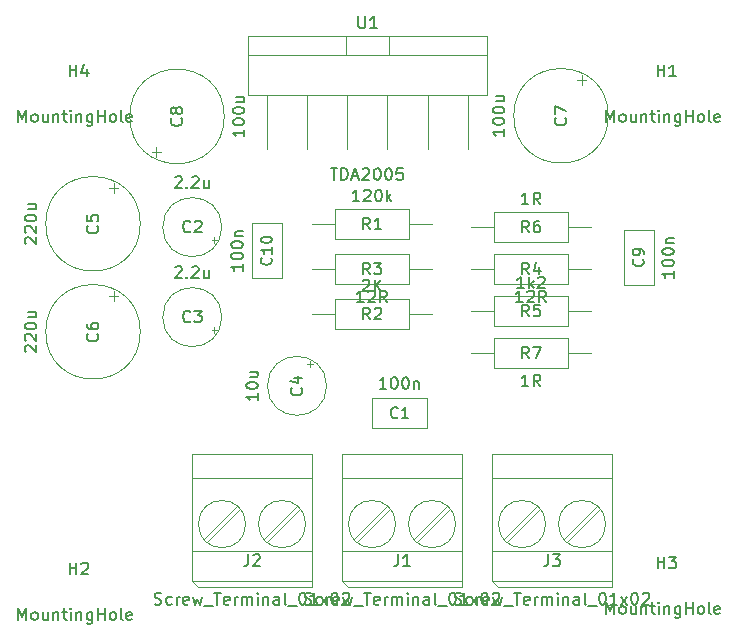
<source format=gbr>
G04 #@! TF.GenerationSoftware,KiCad,Pcbnew,(5.1.4-0-10_14)*
G04 #@! TF.CreationDate,2021-05-27T15:15:14+02:00*
G04 #@! TF.ProjectId,Untitled,556e7469-746c-4656-942e-6b696361645f,rev?*
G04 #@! TF.SameCoordinates,Original*
G04 #@! TF.FileFunction,Other,Fab,Top*
%FSLAX46Y46*%
G04 Gerber Fmt 4.6, Leading zero omitted, Abs format (unit mm)*
G04 Created by KiCad (PCBNEW (5.1.4-0-10_14)) date 2021-05-27 15:15:14*
%MOMM*%
%LPD*%
G04 APERTURE LIST*
%ADD10C,0.100000*%
%ADD11C,0.150000*%
%ADD12C,0.141000*%
G04 APERTURE END LIST*
D10*
X135486000Y-71862000D02*
X135486000Y-69362000D01*
X135486000Y-69362000D02*
X130786000Y-69362000D01*
X130786000Y-69362000D02*
X130786000Y-71862000D01*
X130786000Y-71862000D02*
X135486000Y-71862000D01*
X118090000Y-54864000D02*
G75*
G03X118090000Y-54864000I-2500000J0D01*
G01*
X117723605Y-55951500D02*
X117223605Y-55951500D01*
X117473605Y-56201500D02*
X117473605Y-55701500D01*
X117473605Y-63821500D02*
X117473605Y-63321500D01*
X117723605Y-63571500D02*
X117223605Y-63571500D01*
X118090000Y-62484000D02*
G75*
G03X118090000Y-62484000I-2500000J0D01*
G01*
X126960000Y-68306000D02*
G75*
G03X126960000Y-68306000I-2500000J0D01*
G01*
X125547500Y-66172395D02*
X125547500Y-66672395D01*
X125797500Y-66422395D02*
X125297500Y-66422395D01*
X111188000Y-54582000D02*
G75*
G03X111188000Y-54582000I-4000000J0D01*
G01*
X108935500Y-51155241D02*
X108935500Y-51955241D01*
X109335500Y-51555241D02*
X108535500Y-51555241D01*
X109335500Y-60699241D02*
X108535500Y-60699241D01*
X108935500Y-60299241D02*
X108935500Y-61099241D01*
X111188000Y-63726000D02*
G75*
G03X111188000Y-63726000I-4000000J0D01*
G01*
X150812000Y-45438000D02*
G75*
G03X150812000Y-45438000I-4000000J0D01*
G01*
X148559500Y-42011241D02*
X148559500Y-42811241D01*
X148959500Y-42411241D02*
X148159500Y-42411241D01*
X112152500Y-48520759D02*
X112952500Y-48520759D01*
X112552500Y-48920759D02*
X112552500Y-48120759D01*
X118300000Y-45494000D02*
G75*
G03X118300000Y-45494000I-4000000J0D01*
G01*
X152166000Y-55094000D02*
X152166000Y-59794000D01*
X154666000Y-55094000D02*
X152166000Y-55094000D01*
X154666000Y-59794000D02*
X154666000Y-55094000D01*
X152166000Y-59794000D02*
X154666000Y-59794000D01*
X123170000Y-54506000D02*
X120670000Y-54506000D01*
X120670000Y-54506000D02*
X120670000Y-59206000D01*
X120670000Y-59206000D02*
X123170000Y-59206000D01*
X123170000Y-59206000D02*
X123170000Y-54506000D01*
X132810000Y-80010000D02*
G75*
G03X132810000Y-80010000I-2000000J0D01*
G01*
X137890000Y-80010000D02*
G75*
G03X137890000Y-80010000I-2000000J0D01*
G01*
X128270000Y-74110000D02*
X138430000Y-74110000D01*
X138430000Y-74110000D02*
X138430000Y-85310000D01*
X138430000Y-85310000D02*
X128770000Y-85310000D01*
X128770000Y-85310000D02*
X128270000Y-84810000D01*
X128270000Y-84810000D02*
X128270000Y-74110000D01*
X128270000Y-84810000D02*
X138430000Y-84810000D01*
X128270000Y-82310000D02*
X138430000Y-82310000D01*
X128270000Y-76110000D02*
X138430000Y-76110000D01*
X132327000Y-78737000D02*
X129537000Y-81527000D01*
X132083000Y-78493000D02*
X129293000Y-81283000D01*
X137407000Y-78737000D02*
X134618000Y-81527000D01*
X137163000Y-78493000D02*
X134374000Y-81283000D01*
X124463000Y-78493000D02*
X121674000Y-81283000D01*
X124707000Y-78737000D02*
X121918000Y-81527000D01*
X119383000Y-78493000D02*
X116593000Y-81283000D01*
X119627000Y-78737000D02*
X116837000Y-81527000D01*
X115570000Y-76110000D02*
X125730000Y-76110000D01*
X115570000Y-82310000D02*
X125730000Y-82310000D01*
X115570000Y-84810000D02*
X125730000Y-84810000D01*
X115570000Y-84810000D02*
X115570000Y-74110000D01*
X116070000Y-85310000D02*
X115570000Y-84810000D01*
X125730000Y-85310000D02*
X116070000Y-85310000D01*
X125730000Y-74110000D02*
X125730000Y-85310000D01*
X115570000Y-74110000D02*
X125730000Y-74110000D01*
X125190000Y-80010000D02*
G75*
G03X125190000Y-80010000I-2000000J0D01*
G01*
X120110000Y-80010000D02*
G75*
G03X120110000Y-80010000I-2000000J0D01*
G01*
X145510000Y-80010000D02*
G75*
G03X145510000Y-80010000I-2000000J0D01*
G01*
X150590000Y-80010000D02*
G75*
G03X150590000Y-80010000I-2000000J0D01*
G01*
X140970000Y-74110000D02*
X151130000Y-74110000D01*
X151130000Y-74110000D02*
X151130000Y-85310000D01*
X151130000Y-85310000D02*
X141470000Y-85310000D01*
X141470000Y-85310000D02*
X140970000Y-84810000D01*
X140970000Y-84810000D02*
X140970000Y-74110000D01*
X140970000Y-84810000D02*
X151130000Y-84810000D01*
X140970000Y-82310000D02*
X151130000Y-82310000D01*
X140970000Y-76110000D02*
X151130000Y-76110000D01*
X145027000Y-78737000D02*
X142237000Y-81527000D01*
X144783000Y-78493000D02*
X141993000Y-81283000D01*
X150107000Y-78737000D02*
X147318000Y-81527000D01*
X149863000Y-78493000D02*
X147074000Y-81283000D01*
X125730000Y-54610000D02*
X127660000Y-54610000D01*
X135890000Y-54610000D02*
X133960000Y-54610000D01*
X127660000Y-55860000D02*
X133960000Y-55860000D01*
X127660000Y-53360000D02*
X127660000Y-55860000D01*
X133960000Y-53360000D02*
X127660000Y-53360000D01*
X133960000Y-55860000D02*
X133960000Y-53360000D01*
X133960000Y-63480000D02*
X133960000Y-60980000D01*
X133960000Y-60980000D02*
X127660000Y-60980000D01*
X127660000Y-60980000D02*
X127660000Y-63480000D01*
X127660000Y-63480000D02*
X133960000Y-63480000D01*
X135890000Y-62230000D02*
X133960000Y-62230000D01*
X125730000Y-62230000D02*
X127660000Y-62230000D01*
X135890000Y-58420000D02*
X133960000Y-58420000D01*
X125730000Y-58420000D02*
X127660000Y-58420000D01*
X133960000Y-57170000D02*
X127660000Y-57170000D01*
X133960000Y-59670000D02*
X133960000Y-57170000D01*
X127660000Y-59670000D02*
X133960000Y-59670000D01*
X127660000Y-57170000D02*
X127660000Y-59670000D01*
X141122000Y-57170000D02*
X141122000Y-59670000D01*
X141122000Y-59670000D02*
X147422000Y-59670000D01*
X147422000Y-59670000D02*
X147422000Y-57170000D01*
X147422000Y-57170000D02*
X141122000Y-57170000D01*
X139192000Y-58420000D02*
X141122000Y-58420000D01*
X149352000Y-58420000D02*
X147422000Y-58420000D01*
X139192000Y-61976000D02*
X141122000Y-61976000D01*
X149352000Y-61976000D02*
X147422000Y-61976000D01*
X141122000Y-63226000D02*
X147422000Y-63226000D01*
X141122000Y-60726000D02*
X141122000Y-63226000D01*
X147422000Y-60726000D02*
X141122000Y-60726000D01*
X147422000Y-63226000D02*
X147422000Y-60726000D01*
X147422000Y-56114000D02*
X147422000Y-53614000D01*
X147422000Y-53614000D02*
X141122000Y-53614000D01*
X141122000Y-53614000D02*
X141122000Y-56114000D01*
X141122000Y-56114000D02*
X147422000Y-56114000D01*
X149352000Y-54864000D02*
X147422000Y-54864000D01*
X139192000Y-54864000D02*
X141122000Y-54864000D01*
X141122000Y-64282000D02*
X141122000Y-66782000D01*
X141122000Y-66782000D02*
X147422000Y-66782000D01*
X147422000Y-66782000D02*
X147422000Y-64282000D01*
X147422000Y-64282000D02*
X141122000Y-64282000D01*
X139192000Y-65532000D02*
X141122000Y-65532000D01*
X149352000Y-65532000D02*
X147422000Y-65532000D01*
X120320000Y-38680000D02*
X120320000Y-43680000D01*
X120320000Y-43680000D02*
X140520000Y-43680000D01*
X140520000Y-43680000D02*
X140520000Y-38680000D01*
X140520000Y-38680000D02*
X120320000Y-38680000D01*
X120320000Y-40280000D02*
X140520000Y-40280000D01*
X128570000Y-38680000D02*
X128570000Y-40280000D01*
X132270000Y-38680000D02*
X132270000Y-40280000D01*
X121920000Y-43680000D02*
X121920000Y-48260000D01*
X125320000Y-43680000D02*
X125320000Y-48260000D01*
X128720000Y-43680000D02*
X128720000Y-48260000D01*
X132120000Y-43680000D02*
X132120000Y-48260000D01*
X135520000Y-43680000D02*
X135520000Y-48260000D01*
X138920000Y-43680000D02*
X138920000Y-48260000D01*
D11*
X132016952Y-68564380D02*
X131445523Y-68564380D01*
X131731238Y-68564380D02*
X131731238Y-67564380D01*
X131636000Y-67707238D01*
X131540761Y-67802476D01*
X131445523Y-67850095D01*
X132636000Y-67564380D02*
X132731238Y-67564380D01*
X132826476Y-67612000D01*
X132874095Y-67659619D01*
X132921714Y-67754857D01*
X132969333Y-67945333D01*
X132969333Y-68183428D01*
X132921714Y-68373904D01*
X132874095Y-68469142D01*
X132826476Y-68516761D01*
X132731238Y-68564380D01*
X132636000Y-68564380D01*
X132540761Y-68516761D01*
X132493142Y-68469142D01*
X132445523Y-68373904D01*
X132397904Y-68183428D01*
X132397904Y-67945333D01*
X132445523Y-67754857D01*
X132493142Y-67659619D01*
X132540761Y-67612000D01*
X132636000Y-67564380D01*
X133588380Y-67564380D02*
X133683619Y-67564380D01*
X133778857Y-67612000D01*
X133826476Y-67659619D01*
X133874095Y-67754857D01*
X133921714Y-67945333D01*
X133921714Y-68183428D01*
X133874095Y-68373904D01*
X133826476Y-68469142D01*
X133778857Y-68516761D01*
X133683619Y-68564380D01*
X133588380Y-68564380D01*
X133493142Y-68516761D01*
X133445523Y-68469142D01*
X133397904Y-68373904D01*
X133350285Y-68183428D01*
X133350285Y-67945333D01*
X133397904Y-67754857D01*
X133445523Y-67659619D01*
X133493142Y-67612000D01*
X133588380Y-67564380D01*
X134350285Y-67897714D02*
X134350285Y-68564380D01*
X134350285Y-67992952D02*
X134397904Y-67945333D01*
X134493142Y-67897714D01*
X134636000Y-67897714D01*
X134731238Y-67945333D01*
X134778857Y-68040571D01*
X134778857Y-68564380D01*
D12*
X132979333Y-70947714D02*
X132934571Y-70992476D01*
X132800285Y-71037238D01*
X132710761Y-71037238D01*
X132576476Y-70992476D01*
X132486952Y-70902952D01*
X132442190Y-70813428D01*
X132397428Y-70634380D01*
X132397428Y-70500095D01*
X132442190Y-70321047D01*
X132486952Y-70231523D01*
X132576476Y-70142000D01*
X132710761Y-70097238D01*
X132800285Y-70097238D01*
X132934571Y-70142000D01*
X132979333Y-70186761D01*
X133874571Y-71037238D02*
X133337428Y-71037238D01*
X133606000Y-71037238D02*
X133606000Y-70097238D01*
X133516476Y-70231523D01*
X133426952Y-70321047D01*
X133337428Y-70365809D01*
D11*
X114137619Y-50661619D02*
X114185238Y-50614000D01*
X114280476Y-50566380D01*
X114518571Y-50566380D01*
X114613809Y-50614000D01*
X114661428Y-50661619D01*
X114709047Y-50756857D01*
X114709047Y-50852095D01*
X114661428Y-50994952D01*
X114090000Y-51566380D01*
X114709047Y-51566380D01*
X115137619Y-51471142D02*
X115185238Y-51518761D01*
X115137619Y-51566380D01*
X115090000Y-51518761D01*
X115137619Y-51471142D01*
X115137619Y-51566380D01*
X115566190Y-50661619D02*
X115613809Y-50614000D01*
X115709047Y-50566380D01*
X115947142Y-50566380D01*
X116042380Y-50614000D01*
X116090000Y-50661619D01*
X116137619Y-50756857D01*
X116137619Y-50852095D01*
X116090000Y-50994952D01*
X115518571Y-51566380D01*
X116137619Y-51566380D01*
X116994761Y-50899714D02*
X116994761Y-51566380D01*
X116566190Y-50899714D02*
X116566190Y-51423523D01*
X116613809Y-51518761D01*
X116709047Y-51566380D01*
X116851904Y-51566380D01*
X116947142Y-51518761D01*
X116994761Y-51471142D01*
X115423333Y-55221142D02*
X115375714Y-55268761D01*
X115232857Y-55316380D01*
X115137619Y-55316380D01*
X114994761Y-55268761D01*
X114899523Y-55173523D01*
X114851904Y-55078285D01*
X114804285Y-54887809D01*
X114804285Y-54744952D01*
X114851904Y-54554476D01*
X114899523Y-54459238D01*
X114994761Y-54364000D01*
X115137619Y-54316380D01*
X115232857Y-54316380D01*
X115375714Y-54364000D01*
X115423333Y-54411619D01*
X115804285Y-54411619D02*
X115851904Y-54364000D01*
X115947142Y-54316380D01*
X116185238Y-54316380D01*
X116280476Y-54364000D01*
X116328095Y-54411619D01*
X116375714Y-54506857D01*
X116375714Y-54602095D01*
X116328095Y-54744952D01*
X115756666Y-55316380D01*
X116375714Y-55316380D01*
X114137619Y-58281619D02*
X114185238Y-58234000D01*
X114280476Y-58186380D01*
X114518571Y-58186380D01*
X114613809Y-58234000D01*
X114661428Y-58281619D01*
X114709047Y-58376857D01*
X114709047Y-58472095D01*
X114661428Y-58614952D01*
X114090000Y-59186380D01*
X114709047Y-59186380D01*
X115137619Y-59091142D02*
X115185238Y-59138761D01*
X115137619Y-59186380D01*
X115090000Y-59138761D01*
X115137619Y-59091142D01*
X115137619Y-59186380D01*
X115566190Y-58281619D02*
X115613809Y-58234000D01*
X115709047Y-58186380D01*
X115947142Y-58186380D01*
X116042380Y-58234000D01*
X116090000Y-58281619D01*
X116137619Y-58376857D01*
X116137619Y-58472095D01*
X116090000Y-58614952D01*
X115518571Y-59186380D01*
X116137619Y-59186380D01*
X116994761Y-58519714D02*
X116994761Y-59186380D01*
X116566190Y-58519714D02*
X116566190Y-59043523D01*
X116613809Y-59138761D01*
X116709047Y-59186380D01*
X116851904Y-59186380D01*
X116947142Y-59138761D01*
X116994761Y-59091142D01*
X115423333Y-62841142D02*
X115375714Y-62888761D01*
X115232857Y-62936380D01*
X115137619Y-62936380D01*
X114994761Y-62888761D01*
X114899523Y-62793523D01*
X114851904Y-62698285D01*
X114804285Y-62507809D01*
X114804285Y-62364952D01*
X114851904Y-62174476D01*
X114899523Y-62079238D01*
X114994761Y-61984000D01*
X115137619Y-61936380D01*
X115232857Y-61936380D01*
X115375714Y-61984000D01*
X115423333Y-62031619D01*
X115756666Y-61936380D02*
X116375714Y-61936380D01*
X116042380Y-62317333D01*
X116185238Y-62317333D01*
X116280476Y-62364952D01*
X116328095Y-62412571D01*
X116375714Y-62507809D01*
X116375714Y-62745904D01*
X116328095Y-62841142D01*
X116280476Y-62888761D01*
X116185238Y-62936380D01*
X115899523Y-62936380D01*
X115804285Y-62888761D01*
X115756666Y-62841142D01*
X121162380Y-68948857D02*
X121162380Y-69520285D01*
X121162380Y-69234571D02*
X120162380Y-69234571D01*
X120305238Y-69329809D01*
X120400476Y-69425047D01*
X120448095Y-69520285D01*
X120162380Y-68329809D02*
X120162380Y-68234571D01*
X120210000Y-68139333D01*
X120257619Y-68091714D01*
X120352857Y-68044095D01*
X120543333Y-67996476D01*
X120781428Y-67996476D01*
X120971904Y-68044095D01*
X121067142Y-68091714D01*
X121114761Y-68139333D01*
X121162380Y-68234571D01*
X121162380Y-68329809D01*
X121114761Y-68425047D01*
X121067142Y-68472666D01*
X120971904Y-68520285D01*
X120781428Y-68567904D01*
X120543333Y-68567904D01*
X120352857Y-68520285D01*
X120257619Y-68472666D01*
X120210000Y-68425047D01*
X120162380Y-68329809D01*
X120495714Y-67139333D02*
X121162380Y-67139333D01*
X120495714Y-67567904D02*
X121019523Y-67567904D01*
X121114761Y-67520285D01*
X121162380Y-67425047D01*
X121162380Y-67282190D01*
X121114761Y-67186952D01*
X121067142Y-67139333D01*
X124817142Y-68472666D02*
X124864761Y-68520285D01*
X124912380Y-68663142D01*
X124912380Y-68758380D01*
X124864761Y-68901238D01*
X124769523Y-68996476D01*
X124674285Y-69044095D01*
X124483809Y-69091714D01*
X124340952Y-69091714D01*
X124150476Y-69044095D01*
X124055238Y-68996476D01*
X123960000Y-68901238D01*
X123912380Y-68758380D01*
X123912380Y-68663142D01*
X123960000Y-68520285D01*
X124007619Y-68472666D01*
X124245714Y-67615523D02*
X124912380Y-67615523D01*
X123864761Y-67853619D02*
X124579047Y-68091714D01*
X124579047Y-67472666D01*
X101485619Y-56272476D02*
X101438000Y-56224857D01*
X101390380Y-56129619D01*
X101390380Y-55891523D01*
X101438000Y-55796285D01*
X101485619Y-55748666D01*
X101580857Y-55701047D01*
X101676095Y-55701047D01*
X101818952Y-55748666D01*
X102390380Y-56320095D01*
X102390380Y-55701047D01*
X101485619Y-55320095D02*
X101438000Y-55272476D01*
X101390380Y-55177238D01*
X101390380Y-54939142D01*
X101438000Y-54843904D01*
X101485619Y-54796285D01*
X101580857Y-54748666D01*
X101676095Y-54748666D01*
X101818952Y-54796285D01*
X102390380Y-55367714D01*
X102390380Y-54748666D01*
X101390380Y-54129619D02*
X101390380Y-54034380D01*
X101438000Y-53939142D01*
X101485619Y-53891523D01*
X101580857Y-53843904D01*
X101771333Y-53796285D01*
X102009428Y-53796285D01*
X102199904Y-53843904D01*
X102295142Y-53891523D01*
X102342761Y-53939142D01*
X102390380Y-54034380D01*
X102390380Y-54129619D01*
X102342761Y-54224857D01*
X102295142Y-54272476D01*
X102199904Y-54320095D01*
X102009428Y-54367714D01*
X101771333Y-54367714D01*
X101580857Y-54320095D01*
X101485619Y-54272476D01*
X101438000Y-54224857D01*
X101390380Y-54129619D01*
X101723714Y-52939142D02*
X102390380Y-52939142D01*
X101723714Y-53367714D02*
X102247523Y-53367714D01*
X102342761Y-53320095D01*
X102390380Y-53224857D01*
X102390380Y-53082000D01*
X102342761Y-52986761D01*
X102295142Y-52939142D01*
X107545142Y-54748666D02*
X107592761Y-54796285D01*
X107640380Y-54939142D01*
X107640380Y-55034380D01*
X107592761Y-55177238D01*
X107497523Y-55272476D01*
X107402285Y-55320095D01*
X107211809Y-55367714D01*
X107068952Y-55367714D01*
X106878476Y-55320095D01*
X106783238Y-55272476D01*
X106688000Y-55177238D01*
X106640380Y-55034380D01*
X106640380Y-54939142D01*
X106688000Y-54796285D01*
X106735619Y-54748666D01*
X106640380Y-53843904D02*
X106640380Y-54320095D01*
X107116571Y-54367714D01*
X107068952Y-54320095D01*
X107021333Y-54224857D01*
X107021333Y-53986761D01*
X107068952Y-53891523D01*
X107116571Y-53843904D01*
X107211809Y-53796285D01*
X107449904Y-53796285D01*
X107545142Y-53843904D01*
X107592761Y-53891523D01*
X107640380Y-53986761D01*
X107640380Y-54224857D01*
X107592761Y-54320095D01*
X107545142Y-54367714D01*
X101485619Y-65416476D02*
X101438000Y-65368857D01*
X101390380Y-65273619D01*
X101390380Y-65035523D01*
X101438000Y-64940285D01*
X101485619Y-64892666D01*
X101580857Y-64845047D01*
X101676095Y-64845047D01*
X101818952Y-64892666D01*
X102390380Y-65464095D01*
X102390380Y-64845047D01*
X101485619Y-64464095D02*
X101438000Y-64416476D01*
X101390380Y-64321238D01*
X101390380Y-64083142D01*
X101438000Y-63987904D01*
X101485619Y-63940285D01*
X101580857Y-63892666D01*
X101676095Y-63892666D01*
X101818952Y-63940285D01*
X102390380Y-64511714D01*
X102390380Y-63892666D01*
X101390380Y-63273619D02*
X101390380Y-63178380D01*
X101438000Y-63083142D01*
X101485619Y-63035523D01*
X101580857Y-62987904D01*
X101771333Y-62940285D01*
X102009428Y-62940285D01*
X102199904Y-62987904D01*
X102295142Y-63035523D01*
X102342761Y-63083142D01*
X102390380Y-63178380D01*
X102390380Y-63273619D01*
X102342761Y-63368857D01*
X102295142Y-63416476D01*
X102199904Y-63464095D01*
X102009428Y-63511714D01*
X101771333Y-63511714D01*
X101580857Y-63464095D01*
X101485619Y-63416476D01*
X101438000Y-63368857D01*
X101390380Y-63273619D01*
X101723714Y-62083142D02*
X102390380Y-62083142D01*
X101723714Y-62511714D02*
X102247523Y-62511714D01*
X102342761Y-62464095D01*
X102390380Y-62368857D01*
X102390380Y-62226000D01*
X102342761Y-62130761D01*
X102295142Y-62083142D01*
X107545142Y-63892666D02*
X107592761Y-63940285D01*
X107640380Y-64083142D01*
X107640380Y-64178380D01*
X107592761Y-64321238D01*
X107497523Y-64416476D01*
X107402285Y-64464095D01*
X107211809Y-64511714D01*
X107068952Y-64511714D01*
X106878476Y-64464095D01*
X106783238Y-64416476D01*
X106688000Y-64321238D01*
X106640380Y-64178380D01*
X106640380Y-64083142D01*
X106688000Y-63940285D01*
X106735619Y-63892666D01*
X106640380Y-63035523D02*
X106640380Y-63226000D01*
X106688000Y-63321238D01*
X106735619Y-63368857D01*
X106878476Y-63464095D01*
X107068952Y-63511714D01*
X107449904Y-63511714D01*
X107545142Y-63464095D01*
X107592761Y-63416476D01*
X107640380Y-63321238D01*
X107640380Y-63130761D01*
X107592761Y-63035523D01*
X107545142Y-62987904D01*
X107449904Y-62940285D01*
X107211809Y-62940285D01*
X107116571Y-62987904D01*
X107068952Y-63035523D01*
X107021333Y-63130761D01*
X107021333Y-63321238D01*
X107068952Y-63416476D01*
X107116571Y-63464095D01*
X107211809Y-63511714D01*
X142014380Y-46557047D02*
X142014380Y-47128476D01*
X142014380Y-46842761D02*
X141014380Y-46842761D01*
X141157238Y-46938000D01*
X141252476Y-47033238D01*
X141300095Y-47128476D01*
X141014380Y-45938000D02*
X141014380Y-45842761D01*
X141062000Y-45747523D01*
X141109619Y-45699904D01*
X141204857Y-45652285D01*
X141395333Y-45604666D01*
X141633428Y-45604666D01*
X141823904Y-45652285D01*
X141919142Y-45699904D01*
X141966761Y-45747523D01*
X142014380Y-45842761D01*
X142014380Y-45938000D01*
X141966761Y-46033238D01*
X141919142Y-46080857D01*
X141823904Y-46128476D01*
X141633428Y-46176095D01*
X141395333Y-46176095D01*
X141204857Y-46128476D01*
X141109619Y-46080857D01*
X141062000Y-46033238D01*
X141014380Y-45938000D01*
X141014380Y-44985619D02*
X141014380Y-44890380D01*
X141062000Y-44795142D01*
X141109619Y-44747523D01*
X141204857Y-44699904D01*
X141395333Y-44652285D01*
X141633428Y-44652285D01*
X141823904Y-44699904D01*
X141919142Y-44747523D01*
X141966761Y-44795142D01*
X142014380Y-44890380D01*
X142014380Y-44985619D01*
X141966761Y-45080857D01*
X141919142Y-45128476D01*
X141823904Y-45176095D01*
X141633428Y-45223714D01*
X141395333Y-45223714D01*
X141204857Y-45176095D01*
X141109619Y-45128476D01*
X141062000Y-45080857D01*
X141014380Y-44985619D01*
X141347714Y-43795142D02*
X142014380Y-43795142D01*
X141347714Y-44223714D02*
X141871523Y-44223714D01*
X141966761Y-44176095D01*
X142014380Y-44080857D01*
X142014380Y-43938000D01*
X141966761Y-43842761D01*
X141919142Y-43795142D01*
X147169142Y-45604666D02*
X147216761Y-45652285D01*
X147264380Y-45795142D01*
X147264380Y-45890380D01*
X147216761Y-46033238D01*
X147121523Y-46128476D01*
X147026285Y-46176095D01*
X146835809Y-46223714D01*
X146692952Y-46223714D01*
X146502476Y-46176095D01*
X146407238Y-46128476D01*
X146312000Y-46033238D01*
X146264380Y-45890380D01*
X146264380Y-45795142D01*
X146312000Y-45652285D01*
X146359619Y-45604666D01*
X146264380Y-45271333D02*
X146264380Y-44604666D01*
X147264380Y-45033238D01*
X120002380Y-46613047D02*
X120002380Y-47184476D01*
X120002380Y-46898761D02*
X119002380Y-46898761D01*
X119145238Y-46994000D01*
X119240476Y-47089238D01*
X119288095Y-47184476D01*
X119002380Y-45994000D02*
X119002380Y-45898761D01*
X119050000Y-45803523D01*
X119097619Y-45755904D01*
X119192857Y-45708285D01*
X119383333Y-45660666D01*
X119621428Y-45660666D01*
X119811904Y-45708285D01*
X119907142Y-45755904D01*
X119954761Y-45803523D01*
X120002380Y-45898761D01*
X120002380Y-45994000D01*
X119954761Y-46089238D01*
X119907142Y-46136857D01*
X119811904Y-46184476D01*
X119621428Y-46232095D01*
X119383333Y-46232095D01*
X119192857Y-46184476D01*
X119097619Y-46136857D01*
X119050000Y-46089238D01*
X119002380Y-45994000D01*
X119002380Y-45041619D02*
X119002380Y-44946380D01*
X119050000Y-44851142D01*
X119097619Y-44803523D01*
X119192857Y-44755904D01*
X119383333Y-44708285D01*
X119621428Y-44708285D01*
X119811904Y-44755904D01*
X119907142Y-44803523D01*
X119954761Y-44851142D01*
X120002380Y-44946380D01*
X120002380Y-45041619D01*
X119954761Y-45136857D01*
X119907142Y-45184476D01*
X119811904Y-45232095D01*
X119621428Y-45279714D01*
X119383333Y-45279714D01*
X119192857Y-45232095D01*
X119097619Y-45184476D01*
X119050000Y-45136857D01*
X119002380Y-45041619D01*
X119335714Y-43851142D02*
X120002380Y-43851142D01*
X119335714Y-44279714D02*
X119859523Y-44279714D01*
X119954761Y-44232095D01*
X120002380Y-44136857D01*
X120002380Y-43994000D01*
X119954761Y-43898761D01*
X119907142Y-43851142D01*
X114657142Y-45660666D02*
X114704761Y-45708285D01*
X114752380Y-45851142D01*
X114752380Y-45946380D01*
X114704761Y-46089238D01*
X114609523Y-46184476D01*
X114514285Y-46232095D01*
X114323809Y-46279714D01*
X114180952Y-46279714D01*
X113990476Y-46232095D01*
X113895238Y-46184476D01*
X113800000Y-46089238D01*
X113752380Y-45946380D01*
X113752380Y-45851142D01*
X113800000Y-45708285D01*
X113847619Y-45660666D01*
X114180952Y-45089238D02*
X114133333Y-45184476D01*
X114085714Y-45232095D01*
X113990476Y-45279714D01*
X113942857Y-45279714D01*
X113847619Y-45232095D01*
X113800000Y-45184476D01*
X113752380Y-45089238D01*
X113752380Y-44898761D01*
X113800000Y-44803523D01*
X113847619Y-44755904D01*
X113942857Y-44708285D01*
X113990476Y-44708285D01*
X114085714Y-44755904D01*
X114133333Y-44803523D01*
X114180952Y-44898761D01*
X114180952Y-45089238D01*
X114228571Y-45184476D01*
X114276190Y-45232095D01*
X114371428Y-45279714D01*
X114561904Y-45279714D01*
X114657142Y-45232095D01*
X114704761Y-45184476D01*
X114752380Y-45089238D01*
X114752380Y-44898761D01*
X114704761Y-44803523D01*
X114657142Y-44755904D01*
X114561904Y-44708285D01*
X114371428Y-44708285D01*
X114276190Y-44755904D01*
X114228571Y-44803523D01*
X114180952Y-44898761D01*
X156368380Y-58563047D02*
X156368380Y-59134476D01*
X156368380Y-58848761D02*
X155368380Y-58848761D01*
X155511238Y-58944000D01*
X155606476Y-59039238D01*
X155654095Y-59134476D01*
X155368380Y-57944000D02*
X155368380Y-57848761D01*
X155416000Y-57753523D01*
X155463619Y-57705904D01*
X155558857Y-57658285D01*
X155749333Y-57610666D01*
X155987428Y-57610666D01*
X156177904Y-57658285D01*
X156273142Y-57705904D01*
X156320761Y-57753523D01*
X156368380Y-57848761D01*
X156368380Y-57944000D01*
X156320761Y-58039238D01*
X156273142Y-58086857D01*
X156177904Y-58134476D01*
X155987428Y-58182095D01*
X155749333Y-58182095D01*
X155558857Y-58134476D01*
X155463619Y-58086857D01*
X155416000Y-58039238D01*
X155368380Y-57944000D01*
X155368380Y-56991619D02*
X155368380Y-56896380D01*
X155416000Y-56801142D01*
X155463619Y-56753523D01*
X155558857Y-56705904D01*
X155749333Y-56658285D01*
X155987428Y-56658285D01*
X156177904Y-56705904D01*
X156273142Y-56753523D01*
X156320761Y-56801142D01*
X156368380Y-56896380D01*
X156368380Y-56991619D01*
X156320761Y-57086857D01*
X156273142Y-57134476D01*
X156177904Y-57182095D01*
X155987428Y-57229714D01*
X155749333Y-57229714D01*
X155558857Y-57182095D01*
X155463619Y-57134476D01*
X155416000Y-57086857D01*
X155368380Y-56991619D01*
X155701714Y-56229714D02*
X156368380Y-56229714D01*
X155796952Y-56229714D02*
X155749333Y-56182095D01*
X155701714Y-56086857D01*
X155701714Y-55944000D01*
X155749333Y-55848761D01*
X155844571Y-55801142D01*
X156368380Y-55801142D01*
D12*
X153751714Y-57600666D02*
X153796476Y-57645428D01*
X153841238Y-57779714D01*
X153841238Y-57869238D01*
X153796476Y-58003523D01*
X153706952Y-58093047D01*
X153617428Y-58137809D01*
X153438380Y-58182571D01*
X153304095Y-58182571D01*
X153125047Y-58137809D01*
X153035523Y-58093047D01*
X152946000Y-58003523D01*
X152901238Y-57869238D01*
X152901238Y-57779714D01*
X152946000Y-57645428D01*
X152990761Y-57600666D01*
X153841238Y-57153047D02*
X153841238Y-56974000D01*
X153796476Y-56884476D01*
X153751714Y-56839714D01*
X153617428Y-56750190D01*
X153438380Y-56705428D01*
X153080285Y-56705428D01*
X152990761Y-56750190D01*
X152946000Y-56794952D01*
X152901238Y-56884476D01*
X152901238Y-57063523D01*
X152946000Y-57153047D01*
X152990761Y-57197809D01*
X153080285Y-57242571D01*
X153304095Y-57242571D01*
X153393619Y-57197809D01*
X153438380Y-57153047D01*
X153483142Y-57063523D01*
X153483142Y-56884476D01*
X153438380Y-56794952D01*
X153393619Y-56750190D01*
X153304095Y-56705428D01*
D11*
X119872380Y-57975047D02*
X119872380Y-58546476D01*
X119872380Y-58260761D02*
X118872380Y-58260761D01*
X119015238Y-58356000D01*
X119110476Y-58451238D01*
X119158095Y-58546476D01*
X118872380Y-57356000D02*
X118872380Y-57260761D01*
X118920000Y-57165523D01*
X118967619Y-57117904D01*
X119062857Y-57070285D01*
X119253333Y-57022666D01*
X119491428Y-57022666D01*
X119681904Y-57070285D01*
X119777142Y-57117904D01*
X119824761Y-57165523D01*
X119872380Y-57260761D01*
X119872380Y-57356000D01*
X119824761Y-57451238D01*
X119777142Y-57498857D01*
X119681904Y-57546476D01*
X119491428Y-57594095D01*
X119253333Y-57594095D01*
X119062857Y-57546476D01*
X118967619Y-57498857D01*
X118920000Y-57451238D01*
X118872380Y-57356000D01*
X118872380Y-56403619D02*
X118872380Y-56308380D01*
X118920000Y-56213142D01*
X118967619Y-56165523D01*
X119062857Y-56117904D01*
X119253333Y-56070285D01*
X119491428Y-56070285D01*
X119681904Y-56117904D01*
X119777142Y-56165523D01*
X119824761Y-56213142D01*
X119872380Y-56308380D01*
X119872380Y-56403619D01*
X119824761Y-56498857D01*
X119777142Y-56546476D01*
X119681904Y-56594095D01*
X119491428Y-56641714D01*
X119253333Y-56641714D01*
X119062857Y-56594095D01*
X118967619Y-56546476D01*
X118920000Y-56498857D01*
X118872380Y-56403619D01*
X119205714Y-55641714D02*
X119872380Y-55641714D01*
X119300952Y-55641714D02*
X119253333Y-55594095D01*
X119205714Y-55498857D01*
X119205714Y-55356000D01*
X119253333Y-55260761D01*
X119348571Y-55213142D01*
X119872380Y-55213142D01*
D12*
X122255714Y-57460285D02*
X122300476Y-57505047D01*
X122345238Y-57639333D01*
X122345238Y-57728857D01*
X122300476Y-57863142D01*
X122210952Y-57952666D01*
X122121428Y-57997428D01*
X121942380Y-58042190D01*
X121808095Y-58042190D01*
X121629047Y-57997428D01*
X121539523Y-57952666D01*
X121450000Y-57863142D01*
X121405238Y-57728857D01*
X121405238Y-57639333D01*
X121450000Y-57505047D01*
X121494761Y-57460285D01*
X122345238Y-56565047D02*
X122345238Y-57102190D01*
X122345238Y-56833619D02*
X121405238Y-56833619D01*
X121539523Y-56923142D01*
X121629047Y-57012666D01*
X121673809Y-57102190D01*
X121405238Y-55983142D02*
X121405238Y-55893619D01*
X121450000Y-55804095D01*
X121494761Y-55759333D01*
X121584285Y-55714571D01*
X121763333Y-55669809D01*
X121987142Y-55669809D01*
X122166190Y-55714571D01*
X122255714Y-55759333D01*
X122300476Y-55804095D01*
X122345238Y-55893619D01*
X122345238Y-55983142D01*
X122300476Y-56072666D01*
X122255714Y-56117428D01*
X122166190Y-56162190D01*
X121987142Y-56206952D01*
X121763333Y-56206952D01*
X121584285Y-56162190D01*
X121494761Y-56117428D01*
X121450000Y-56072666D01*
X121405238Y-55983142D01*
D11*
X125111904Y-86774761D02*
X125254761Y-86822380D01*
X125492857Y-86822380D01*
X125588095Y-86774761D01*
X125635714Y-86727142D01*
X125683333Y-86631904D01*
X125683333Y-86536666D01*
X125635714Y-86441428D01*
X125588095Y-86393809D01*
X125492857Y-86346190D01*
X125302380Y-86298571D01*
X125207142Y-86250952D01*
X125159523Y-86203333D01*
X125111904Y-86108095D01*
X125111904Y-86012857D01*
X125159523Y-85917619D01*
X125207142Y-85870000D01*
X125302380Y-85822380D01*
X125540476Y-85822380D01*
X125683333Y-85870000D01*
X126540476Y-86774761D02*
X126445238Y-86822380D01*
X126254761Y-86822380D01*
X126159523Y-86774761D01*
X126111904Y-86727142D01*
X126064285Y-86631904D01*
X126064285Y-86346190D01*
X126111904Y-86250952D01*
X126159523Y-86203333D01*
X126254761Y-86155714D01*
X126445238Y-86155714D01*
X126540476Y-86203333D01*
X126969047Y-86822380D02*
X126969047Y-86155714D01*
X126969047Y-86346190D02*
X127016666Y-86250952D01*
X127064285Y-86203333D01*
X127159523Y-86155714D01*
X127254761Y-86155714D01*
X127969047Y-86774761D02*
X127873809Y-86822380D01*
X127683333Y-86822380D01*
X127588095Y-86774761D01*
X127540476Y-86679523D01*
X127540476Y-86298571D01*
X127588095Y-86203333D01*
X127683333Y-86155714D01*
X127873809Y-86155714D01*
X127969047Y-86203333D01*
X128016666Y-86298571D01*
X128016666Y-86393809D01*
X127540476Y-86489047D01*
X128350000Y-86155714D02*
X128540476Y-86822380D01*
X128730952Y-86346190D01*
X128921428Y-86822380D01*
X129111904Y-86155714D01*
X129254761Y-86917619D02*
X130016666Y-86917619D01*
X130111904Y-85822380D02*
X130683333Y-85822380D01*
X130397619Y-86822380D02*
X130397619Y-85822380D01*
X131397619Y-86774761D02*
X131302380Y-86822380D01*
X131111904Y-86822380D01*
X131016666Y-86774761D01*
X130969047Y-86679523D01*
X130969047Y-86298571D01*
X131016666Y-86203333D01*
X131111904Y-86155714D01*
X131302380Y-86155714D01*
X131397619Y-86203333D01*
X131445238Y-86298571D01*
X131445238Y-86393809D01*
X130969047Y-86489047D01*
X131873809Y-86822380D02*
X131873809Y-86155714D01*
X131873809Y-86346190D02*
X131921428Y-86250952D01*
X131969047Y-86203333D01*
X132064285Y-86155714D01*
X132159523Y-86155714D01*
X132492857Y-86822380D02*
X132492857Y-86155714D01*
X132492857Y-86250952D02*
X132540476Y-86203333D01*
X132635714Y-86155714D01*
X132778571Y-86155714D01*
X132873809Y-86203333D01*
X132921428Y-86298571D01*
X132921428Y-86822380D01*
X132921428Y-86298571D02*
X132969047Y-86203333D01*
X133064285Y-86155714D01*
X133207142Y-86155714D01*
X133302380Y-86203333D01*
X133350000Y-86298571D01*
X133350000Y-86822380D01*
X133826190Y-86822380D02*
X133826190Y-86155714D01*
X133826190Y-85822380D02*
X133778571Y-85870000D01*
X133826190Y-85917619D01*
X133873809Y-85870000D01*
X133826190Y-85822380D01*
X133826190Y-85917619D01*
X134302380Y-86155714D02*
X134302380Y-86822380D01*
X134302380Y-86250952D02*
X134350000Y-86203333D01*
X134445238Y-86155714D01*
X134588095Y-86155714D01*
X134683333Y-86203333D01*
X134730952Y-86298571D01*
X134730952Y-86822380D01*
X135635714Y-86822380D02*
X135635714Y-86298571D01*
X135588095Y-86203333D01*
X135492857Y-86155714D01*
X135302380Y-86155714D01*
X135207142Y-86203333D01*
X135635714Y-86774761D02*
X135540476Y-86822380D01*
X135302380Y-86822380D01*
X135207142Y-86774761D01*
X135159523Y-86679523D01*
X135159523Y-86584285D01*
X135207142Y-86489047D01*
X135302380Y-86441428D01*
X135540476Y-86441428D01*
X135635714Y-86393809D01*
X136254761Y-86822380D02*
X136159523Y-86774761D01*
X136111904Y-86679523D01*
X136111904Y-85822380D01*
X136397619Y-86917619D02*
X137159523Y-86917619D01*
X137588095Y-85822380D02*
X137683333Y-85822380D01*
X137778571Y-85870000D01*
X137826190Y-85917619D01*
X137873809Y-86012857D01*
X137921428Y-86203333D01*
X137921428Y-86441428D01*
X137873809Y-86631904D01*
X137826190Y-86727142D01*
X137778571Y-86774761D01*
X137683333Y-86822380D01*
X137588095Y-86822380D01*
X137492857Y-86774761D01*
X137445238Y-86727142D01*
X137397619Y-86631904D01*
X137350000Y-86441428D01*
X137350000Y-86203333D01*
X137397619Y-86012857D01*
X137445238Y-85917619D01*
X137492857Y-85870000D01*
X137588095Y-85822380D01*
X138873809Y-86822380D02*
X138302380Y-86822380D01*
X138588095Y-86822380D02*
X138588095Y-85822380D01*
X138492857Y-85965238D01*
X138397619Y-86060476D01*
X138302380Y-86108095D01*
X139207142Y-86822380D02*
X139730952Y-86155714D01*
X139207142Y-86155714D02*
X139730952Y-86822380D01*
X140302380Y-85822380D02*
X140397619Y-85822380D01*
X140492857Y-85870000D01*
X140540476Y-85917619D01*
X140588095Y-86012857D01*
X140635714Y-86203333D01*
X140635714Y-86441428D01*
X140588095Y-86631904D01*
X140540476Y-86727142D01*
X140492857Y-86774761D01*
X140397619Y-86822380D01*
X140302380Y-86822380D01*
X140207142Y-86774761D01*
X140159523Y-86727142D01*
X140111904Y-86631904D01*
X140064285Y-86441428D01*
X140064285Y-86203333D01*
X140111904Y-86012857D01*
X140159523Y-85917619D01*
X140207142Y-85870000D01*
X140302380Y-85822380D01*
X141016666Y-85917619D02*
X141064285Y-85870000D01*
X141159523Y-85822380D01*
X141397619Y-85822380D01*
X141492857Y-85870000D01*
X141540476Y-85917619D01*
X141588095Y-86012857D01*
X141588095Y-86108095D01*
X141540476Y-86250952D01*
X140969047Y-86822380D01*
X141588095Y-86822380D01*
X133016666Y-82562380D02*
X133016666Y-83276666D01*
X132969047Y-83419523D01*
X132873809Y-83514761D01*
X132730952Y-83562380D01*
X132635714Y-83562380D01*
X134016666Y-83562380D02*
X133445238Y-83562380D01*
X133730952Y-83562380D02*
X133730952Y-82562380D01*
X133635714Y-82705238D01*
X133540476Y-82800476D01*
X133445238Y-82848095D01*
X112411904Y-86774761D02*
X112554761Y-86822380D01*
X112792857Y-86822380D01*
X112888095Y-86774761D01*
X112935714Y-86727142D01*
X112983333Y-86631904D01*
X112983333Y-86536666D01*
X112935714Y-86441428D01*
X112888095Y-86393809D01*
X112792857Y-86346190D01*
X112602380Y-86298571D01*
X112507142Y-86250952D01*
X112459523Y-86203333D01*
X112411904Y-86108095D01*
X112411904Y-86012857D01*
X112459523Y-85917619D01*
X112507142Y-85870000D01*
X112602380Y-85822380D01*
X112840476Y-85822380D01*
X112983333Y-85870000D01*
X113840476Y-86774761D02*
X113745238Y-86822380D01*
X113554761Y-86822380D01*
X113459523Y-86774761D01*
X113411904Y-86727142D01*
X113364285Y-86631904D01*
X113364285Y-86346190D01*
X113411904Y-86250952D01*
X113459523Y-86203333D01*
X113554761Y-86155714D01*
X113745238Y-86155714D01*
X113840476Y-86203333D01*
X114269047Y-86822380D02*
X114269047Y-86155714D01*
X114269047Y-86346190D02*
X114316666Y-86250952D01*
X114364285Y-86203333D01*
X114459523Y-86155714D01*
X114554761Y-86155714D01*
X115269047Y-86774761D02*
X115173809Y-86822380D01*
X114983333Y-86822380D01*
X114888095Y-86774761D01*
X114840476Y-86679523D01*
X114840476Y-86298571D01*
X114888095Y-86203333D01*
X114983333Y-86155714D01*
X115173809Y-86155714D01*
X115269047Y-86203333D01*
X115316666Y-86298571D01*
X115316666Y-86393809D01*
X114840476Y-86489047D01*
X115650000Y-86155714D02*
X115840476Y-86822380D01*
X116030952Y-86346190D01*
X116221428Y-86822380D01*
X116411904Y-86155714D01*
X116554761Y-86917619D02*
X117316666Y-86917619D01*
X117411904Y-85822380D02*
X117983333Y-85822380D01*
X117697619Y-86822380D02*
X117697619Y-85822380D01*
X118697619Y-86774761D02*
X118602380Y-86822380D01*
X118411904Y-86822380D01*
X118316666Y-86774761D01*
X118269047Y-86679523D01*
X118269047Y-86298571D01*
X118316666Y-86203333D01*
X118411904Y-86155714D01*
X118602380Y-86155714D01*
X118697619Y-86203333D01*
X118745238Y-86298571D01*
X118745238Y-86393809D01*
X118269047Y-86489047D01*
X119173809Y-86822380D02*
X119173809Y-86155714D01*
X119173809Y-86346190D02*
X119221428Y-86250952D01*
X119269047Y-86203333D01*
X119364285Y-86155714D01*
X119459523Y-86155714D01*
X119792857Y-86822380D02*
X119792857Y-86155714D01*
X119792857Y-86250952D02*
X119840476Y-86203333D01*
X119935714Y-86155714D01*
X120078571Y-86155714D01*
X120173809Y-86203333D01*
X120221428Y-86298571D01*
X120221428Y-86822380D01*
X120221428Y-86298571D02*
X120269047Y-86203333D01*
X120364285Y-86155714D01*
X120507142Y-86155714D01*
X120602380Y-86203333D01*
X120650000Y-86298571D01*
X120650000Y-86822380D01*
X121126190Y-86822380D02*
X121126190Y-86155714D01*
X121126190Y-85822380D02*
X121078571Y-85870000D01*
X121126190Y-85917619D01*
X121173809Y-85870000D01*
X121126190Y-85822380D01*
X121126190Y-85917619D01*
X121602380Y-86155714D02*
X121602380Y-86822380D01*
X121602380Y-86250952D02*
X121650000Y-86203333D01*
X121745238Y-86155714D01*
X121888095Y-86155714D01*
X121983333Y-86203333D01*
X122030952Y-86298571D01*
X122030952Y-86822380D01*
X122935714Y-86822380D02*
X122935714Y-86298571D01*
X122888095Y-86203333D01*
X122792857Y-86155714D01*
X122602380Y-86155714D01*
X122507142Y-86203333D01*
X122935714Y-86774761D02*
X122840476Y-86822380D01*
X122602380Y-86822380D01*
X122507142Y-86774761D01*
X122459523Y-86679523D01*
X122459523Y-86584285D01*
X122507142Y-86489047D01*
X122602380Y-86441428D01*
X122840476Y-86441428D01*
X122935714Y-86393809D01*
X123554761Y-86822380D02*
X123459523Y-86774761D01*
X123411904Y-86679523D01*
X123411904Y-85822380D01*
X123697619Y-86917619D02*
X124459523Y-86917619D01*
X124888095Y-85822380D02*
X124983333Y-85822380D01*
X125078571Y-85870000D01*
X125126190Y-85917619D01*
X125173809Y-86012857D01*
X125221428Y-86203333D01*
X125221428Y-86441428D01*
X125173809Y-86631904D01*
X125126190Y-86727142D01*
X125078571Y-86774761D01*
X124983333Y-86822380D01*
X124888095Y-86822380D01*
X124792857Y-86774761D01*
X124745238Y-86727142D01*
X124697619Y-86631904D01*
X124650000Y-86441428D01*
X124650000Y-86203333D01*
X124697619Y-86012857D01*
X124745238Y-85917619D01*
X124792857Y-85870000D01*
X124888095Y-85822380D01*
X126173809Y-86822380D02*
X125602380Y-86822380D01*
X125888095Y-86822380D02*
X125888095Y-85822380D01*
X125792857Y-85965238D01*
X125697619Y-86060476D01*
X125602380Y-86108095D01*
X126507142Y-86822380D02*
X127030952Y-86155714D01*
X126507142Y-86155714D02*
X127030952Y-86822380D01*
X127602380Y-85822380D02*
X127697619Y-85822380D01*
X127792857Y-85870000D01*
X127840476Y-85917619D01*
X127888095Y-86012857D01*
X127935714Y-86203333D01*
X127935714Y-86441428D01*
X127888095Y-86631904D01*
X127840476Y-86727142D01*
X127792857Y-86774761D01*
X127697619Y-86822380D01*
X127602380Y-86822380D01*
X127507142Y-86774761D01*
X127459523Y-86727142D01*
X127411904Y-86631904D01*
X127364285Y-86441428D01*
X127364285Y-86203333D01*
X127411904Y-86012857D01*
X127459523Y-85917619D01*
X127507142Y-85870000D01*
X127602380Y-85822380D01*
X128316666Y-85917619D02*
X128364285Y-85870000D01*
X128459523Y-85822380D01*
X128697619Y-85822380D01*
X128792857Y-85870000D01*
X128840476Y-85917619D01*
X128888095Y-86012857D01*
X128888095Y-86108095D01*
X128840476Y-86250952D01*
X128269047Y-86822380D01*
X128888095Y-86822380D01*
X120316666Y-82562380D02*
X120316666Y-83276666D01*
X120269047Y-83419523D01*
X120173809Y-83514761D01*
X120030952Y-83562380D01*
X119935714Y-83562380D01*
X120745238Y-82657619D02*
X120792857Y-82610000D01*
X120888095Y-82562380D01*
X121126190Y-82562380D01*
X121221428Y-82610000D01*
X121269047Y-82657619D01*
X121316666Y-82752857D01*
X121316666Y-82848095D01*
X121269047Y-82990952D01*
X120697619Y-83562380D01*
X121316666Y-83562380D01*
X137811904Y-86774761D02*
X137954761Y-86822380D01*
X138192857Y-86822380D01*
X138288095Y-86774761D01*
X138335714Y-86727142D01*
X138383333Y-86631904D01*
X138383333Y-86536666D01*
X138335714Y-86441428D01*
X138288095Y-86393809D01*
X138192857Y-86346190D01*
X138002380Y-86298571D01*
X137907142Y-86250952D01*
X137859523Y-86203333D01*
X137811904Y-86108095D01*
X137811904Y-86012857D01*
X137859523Y-85917619D01*
X137907142Y-85870000D01*
X138002380Y-85822380D01*
X138240476Y-85822380D01*
X138383333Y-85870000D01*
X139240476Y-86774761D02*
X139145238Y-86822380D01*
X138954761Y-86822380D01*
X138859523Y-86774761D01*
X138811904Y-86727142D01*
X138764285Y-86631904D01*
X138764285Y-86346190D01*
X138811904Y-86250952D01*
X138859523Y-86203333D01*
X138954761Y-86155714D01*
X139145238Y-86155714D01*
X139240476Y-86203333D01*
X139669047Y-86822380D02*
X139669047Y-86155714D01*
X139669047Y-86346190D02*
X139716666Y-86250952D01*
X139764285Y-86203333D01*
X139859523Y-86155714D01*
X139954761Y-86155714D01*
X140669047Y-86774761D02*
X140573809Y-86822380D01*
X140383333Y-86822380D01*
X140288095Y-86774761D01*
X140240476Y-86679523D01*
X140240476Y-86298571D01*
X140288095Y-86203333D01*
X140383333Y-86155714D01*
X140573809Y-86155714D01*
X140669047Y-86203333D01*
X140716666Y-86298571D01*
X140716666Y-86393809D01*
X140240476Y-86489047D01*
X141050000Y-86155714D02*
X141240476Y-86822380D01*
X141430952Y-86346190D01*
X141621428Y-86822380D01*
X141811904Y-86155714D01*
X141954761Y-86917619D02*
X142716666Y-86917619D01*
X142811904Y-85822380D02*
X143383333Y-85822380D01*
X143097619Y-86822380D02*
X143097619Y-85822380D01*
X144097619Y-86774761D02*
X144002380Y-86822380D01*
X143811904Y-86822380D01*
X143716666Y-86774761D01*
X143669047Y-86679523D01*
X143669047Y-86298571D01*
X143716666Y-86203333D01*
X143811904Y-86155714D01*
X144002380Y-86155714D01*
X144097619Y-86203333D01*
X144145238Y-86298571D01*
X144145238Y-86393809D01*
X143669047Y-86489047D01*
X144573809Y-86822380D02*
X144573809Y-86155714D01*
X144573809Y-86346190D02*
X144621428Y-86250952D01*
X144669047Y-86203333D01*
X144764285Y-86155714D01*
X144859523Y-86155714D01*
X145192857Y-86822380D02*
X145192857Y-86155714D01*
X145192857Y-86250952D02*
X145240476Y-86203333D01*
X145335714Y-86155714D01*
X145478571Y-86155714D01*
X145573809Y-86203333D01*
X145621428Y-86298571D01*
X145621428Y-86822380D01*
X145621428Y-86298571D02*
X145669047Y-86203333D01*
X145764285Y-86155714D01*
X145907142Y-86155714D01*
X146002380Y-86203333D01*
X146050000Y-86298571D01*
X146050000Y-86822380D01*
X146526190Y-86822380D02*
X146526190Y-86155714D01*
X146526190Y-85822380D02*
X146478571Y-85870000D01*
X146526190Y-85917619D01*
X146573809Y-85870000D01*
X146526190Y-85822380D01*
X146526190Y-85917619D01*
X147002380Y-86155714D02*
X147002380Y-86822380D01*
X147002380Y-86250952D02*
X147050000Y-86203333D01*
X147145238Y-86155714D01*
X147288095Y-86155714D01*
X147383333Y-86203333D01*
X147430952Y-86298571D01*
X147430952Y-86822380D01*
X148335714Y-86822380D02*
X148335714Y-86298571D01*
X148288095Y-86203333D01*
X148192857Y-86155714D01*
X148002380Y-86155714D01*
X147907142Y-86203333D01*
X148335714Y-86774761D02*
X148240476Y-86822380D01*
X148002380Y-86822380D01*
X147907142Y-86774761D01*
X147859523Y-86679523D01*
X147859523Y-86584285D01*
X147907142Y-86489047D01*
X148002380Y-86441428D01*
X148240476Y-86441428D01*
X148335714Y-86393809D01*
X148954761Y-86822380D02*
X148859523Y-86774761D01*
X148811904Y-86679523D01*
X148811904Y-85822380D01*
X149097619Y-86917619D02*
X149859523Y-86917619D01*
X150288095Y-85822380D02*
X150383333Y-85822380D01*
X150478571Y-85870000D01*
X150526190Y-85917619D01*
X150573809Y-86012857D01*
X150621428Y-86203333D01*
X150621428Y-86441428D01*
X150573809Y-86631904D01*
X150526190Y-86727142D01*
X150478571Y-86774761D01*
X150383333Y-86822380D01*
X150288095Y-86822380D01*
X150192857Y-86774761D01*
X150145238Y-86727142D01*
X150097619Y-86631904D01*
X150050000Y-86441428D01*
X150050000Y-86203333D01*
X150097619Y-86012857D01*
X150145238Y-85917619D01*
X150192857Y-85870000D01*
X150288095Y-85822380D01*
X151573809Y-86822380D02*
X151002380Y-86822380D01*
X151288095Y-86822380D02*
X151288095Y-85822380D01*
X151192857Y-85965238D01*
X151097619Y-86060476D01*
X151002380Y-86108095D01*
X151907142Y-86822380D02*
X152430952Y-86155714D01*
X151907142Y-86155714D02*
X152430952Y-86822380D01*
X153002380Y-85822380D02*
X153097619Y-85822380D01*
X153192857Y-85870000D01*
X153240476Y-85917619D01*
X153288095Y-86012857D01*
X153335714Y-86203333D01*
X153335714Y-86441428D01*
X153288095Y-86631904D01*
X153240476Y-86727142D01*
X153192857Y-86774761D01*
X153097619Y-86822380D01*
X153002380Y-86822380D01*
X152907142Y-86774761D01*
X152859523Y-86727142D01*
X152811904Y-86631904D01*
X152764285Y-86441428D01*
X152764285Y-86203333D01*
X152811904Y-86012857D01*
X152859523Y-85917619D01*
X152907142Y-85870000D01*
X153002380Y-85822380D01*
X153716666Y-85917619D02*
X153764285Y-85870000D01*
X153859523Y-85822380D01*
X154097619Y-85822380D01*
X154192857Y-85870000D01*
X154240476Y-85917619D01*
X154288095Y-86012857D01*
X154288095Y-86108095D01*
X154240476Y-86250952D01*
X153669047Y-86822380D01*
X154288095Y-86822380D01*
X145716666Y-82562380D02*
X145716666Y-83276666D01*
X145669047Y-83419523D01*
X145573809Y-83514761D01*
X145430952Y-83562380D01*
X145335714Y-83562380D01*
X146097619Y-82562380D02*
X146716666Y-82562380D01*
X146383333Y-82943333D01*
X146526190Y-82943333D01*
X146621428Y-82990952D01*
X146669047Y-83038571D01*
X146716666Y-83133809D01*
X146716666Y-83371904D01*
X146669047Y-83467142D01*
X146621428Y-83514761D01*
X146526190Y-83562380D01*
X146240476Y-83562380D01*
X146145238Y-83514761D01*
X146097619Y-83467142D01*
X129738571Y-52692380D02*
X129167142Y-52692380D01*
X129452857Y-52692380D02*
X129452857Y-51692380D01*
X129357619Y-51835238D01*
X129262380Y-51930476D01*
X129167142Y-51978095D01*
X130119523Y-51787619D02*
X130167142Y-51740000D01*
X130262380Y-51692380D01*
X130500476Y-51692380D01*
X130595714Y-51740000D01*
X130643333Y-51787619D01*
X130690952Y-51882857D01*
X130690952Y-51978095D01*
X130643333Y-52120952D01*
X130071904Y-52692380D01*
X130690952Y-52692380D01*
X131310000Y-51692380D02*
X131405238Y-51692380D01*
X131500476Y-51740000D01*
X131548095Y-51787619D01*
X131595714Y-51882857D01*
X131643333Y-52073333D01*
X131643333Y-52311428D01*
X131595714Y-52501904D01*
X131548095Y-52597142D01*
X131500476Y-52644761D01*
X131405238Y-52692380D01*
X131310000Y-52692380D01*
X131214761Y-52644761D01*
X131167142Y-52597142D01*
X131119523Y-52501904D01*
X131071904Y-52311428D01*
X131071904Y-52073333D01*
X131119523Y-51882857D01*
X131167142Y-51787619D01*
X131214761Y-51740000D01*
X131310000Y-51692380D01*
X132071904Y-52692380D02*
X132071904Y-51692380D01*
X132167142Y-52311428D02*
X132452857Y-52692380D01*
X132452857Y-52025714D02*
X132071904Y-52406666D01*
X130643333Y-55062380D02*
X130310000Y-54586190D01*
X130071904Y-55062380D02*
X130071904Y-54062380D01*
X130452857Y-54062380D01*
X130548095Y-54110000D01*
X130595714Y-54157619D01*
X130643333Y-54252857D01*
X130643333Y-54395714D01*
X130595714Y-54490952D01*
X130548095Y-54538571D01*
X130452857Y-54586190D01*
X130071904Y-54586190D01*
X131595714Y-55062380D02*
X131024285Y-55062380D01*
X131310000Y-55062380D02*
X131310000Y-54062380D01*
X131214761Y-54205238D01*
X131119523Y-54300476D01*
X131024285Y-54348095D01*
X130024285Y-59407619D02*
X130071904Y-59360000D01*
X130167142Y-59312380D01*
X130405238Y-59312380D01*
X130500476Y-59360000D01*
X130548095Y-59407619D01*
X130595714Y-59502857D01*
X130595714Y-59598095D01*
X130548095Y-59740952D01*
X129976666Y-60312380D01*
X130595714Y-60312380D01*
X131024285Y-60312380D02*
X131024285Y-59312380D01*
X131595714Y-60312380D02*
X131167142Y-59740952D01*
X131595714Y-59312380D02*
X131024285Y-59883809D01*
X130643333Y-62682380D02*
X130310000Y-62206190D01*
X130071904Y-62682380D02*
X130071904Y-61682380D01*
X130452857Y-61682380D01*
X130548095Y-61730000D01*
X130595714Y-61777619D01*
X130643333Y-61872857D01*
X130643333Y-62015714D01*
X130595714Y-62110952D01*
X130548095Y-62158571D01*
X130452857Y-62206190D01*
X130071904Y-62206190D01*
X131024285Y-61777619D02*
X131071904Y-61730000D01*
X131167142Y-61682380D01*
X131405238Y-61682380D01*
X131500476Y-61730000D01*
X131548095Y-61777619D01*
X131595714Y-61872857D01*
X131595714Y-61968095D01*
X131548095Y-62110952D01*
X130976666Y-62682380D01*
X131595714Y-62682380D01*
X130119523Y-61242380D02*
X129548095Y-61242380D01*
X129833809Y-61242380D02*
X129833809Y-60242380D01*
X129738571Y-60385238D01*
X129643333Y-60480476D01*
X129548095Y-60528095D01*
X130500476Y-60337619D02*
X130548095Y-60290000D01*
X130643333Y-60242380D01*
X130881428Y-60242380D01*
X130976666Y-60290000D01*
X131024285Y-60337619D01*
X131071904Y-60432857D01*
X131071904Y-60528095D01*
X131024285Y-60670952D01*
X130452857Y-61242380D01*
X131071904Y-61242380D01*
X132071904Y-61242380D02*
X131738571Y-60766190D01*
X131500476Y-61242380D02*
X131500476Y-60242380D01*
X131881428Y-60242380D01*
X131976666Y-60290000D01*
X132024285Y-60337619D01*
X132071904Y-60432857D01*
X132071904Y-60575714D01*
X132024285Y-60670952D01*
X131976666Y-60718571D01*
X131881428Y-60766190D01*
X131500476Y-60766190D01*
X130643333Y-58872380D02*
X130310000Y-58396190D01*
X130071904Y-58872380D02*
X130071904Y-57872380D01*
X130452857Y-57872380D01*
X130548095Y-57920000D01*
X130595714Y-57967619D01*
X130643333Y-58062857D01*
X130643333Y-58205714D01*
X130595714Y-58300952D01*
X130548095Y-58348571D01*
X130452857Y-58396190D01*
X130071904Y-58396190D01*
X130976666Y-57872380D02*
X131595714Y-57872380D01*
X131262380Y-58253333D01*
X131405238Y-58253333D01*
X131500476Y-58300952D01*
X131548095Y-58348571D01*
X131595714Y-58443809D01*
X131595714Y-58681904D01*
X131548095Y-58777142D01*
X131500476Y-58824761D01*
X131405238Y-58872380D01*
X131119523Y-58872380D01*
X131024285Y-58824761D01*
X130976666Y-58777142D01*
X143581523Y-61242380D02*
X143010095Y-61242380D01*
X143295809Y-61242380D02*
X143295809Y-60242380D01*
X143200571Y-60385238D01*
X143105333Y-60480476D01*
X143010095Y-60528095D01*
X143962476Y-60337619D02*
X144010095Y-60290000D01*
X144105333Y-60242380D01*
X144343428Y-60242380D01*
X144438666Y-60290000D01*
X144486285Y-60337619D01*
X144533904Y-60432857D01*
X144533904Y-60528095D01*
X144486285Y-60670952D01*
X143914857Y-61242380D01*
X144533904Y-61242380D01*
X145533904Y-61242380D02*
X145200571Y-60766190D01*
X144962476Y-61242380D02*
X144962476Y-60242380D01*
X145343428Y-60242380D01*
X145438666Y-60290000D01*
X145486285Y-60337619D01*
X145533904Y-60432857D01*
X145533904Y-60575714D01*
X145486285Y-60670952D01*
X145438666Y-60718571D01*
X145343428Y-60766190D01*
X144962476Y-60766190D01*
X144105333Y-58872380D02*
X143772000Y-58396190D01*
X143533904Y-58872380D02*
X143533904Y-57872380D01*
X143914857Y-57872380D01*
X144010095Y-57920000D01*
X144057714Y-57967619D01*
X144105333Y-58062857D01*
X144105333Y-58205714D01*
X144057714Y-58300952D01*
X144010095Y-58348571D01*
X143914857Y-58396190D01*
X143533904Y-58396190D01*
X144962476Y-58205714D02*
X144962476Y-58872380D01*
X144724380Y-57824761D02*
X144486285Y-58539047D01*
X145105333Y-58539047D01*
X143676761Y-60058380D02*
X143105333Y-60058380D01*
X143391047Y-60058380D02*
X143391047Y-59058380D01*
X143295809Y-59201238D01*
X143200571Y-59296476D01*
X143105333Y-59344095D01*
X144105333Y-60058380D02*
X144105333Y-59058380D01*
X144200571Y-59677428D02*
X144486285Y-60058380D01*
X144486285Y-59391714D02*
X144105333Y-59772666D01*
X144867238Y-59153619D02*
X144914857Y-59106000D01*
X145010095Y-59058380D01*
X145248190Y-59058380D01*
X145343428Y-59106000D01*
X145391047Y-59153619D01*
X145438666Y-59248857D01*
X145438666Y-59344095D01*
X145391047Y-59486952D01*
X144819619Y-60058380D01*
X145438666Y-60058380D01*
X144105333Y-62428380D02*
X143772000Y-61952190D01*
X143533904Y-62428380D02*
X143533904Y-61428380D01*
X143914857Y-61428380D01*
X144010095Y-61476000D01*
X144057714Y-61523619D01*
X144105333Y-61618857D01*
X144105333Y-61761714D01*
X144057714Y-61856952D01*
X144010095Y-61904571D01*
X143914857Y-61952190D01*
X143533904Y-61952190D01*
X145010095Y-61428380D02*
X144533904Y-61428380D01*
X144486285Y-61904571D01*
X144533904Y-61856952D01*
X144629142Y-61809333D01*
X144867238Y-61809333D01*
X144962476Y-61856952D01*
X145010095Y-61904571D01*
X145057714Y-61999809D01*
X145057714Y-62237904D01*
X145010095Y-62333142D01*
X144962476Y-62380761D01*
X144867238Y-62428380D01*
X144629142Y-62428380D01*
X144533904Y-62380761D01*
X144486285Y-62333142D01*
X144057714Y-52946380D02*
X143486285Y-52946380D01*
X143772000Y-52946380D02*
X143772000Y-51946380D01*
X143676761Y-52089238D01*
X143581523Y-52184476D01*
X143486285Y-52232095D01*
X145057714Y-52946380D02*
X144724380Y-52470190D01*
X144486285Y-52946380D02*
X144486285Y-51946380D01*
X144867238Y-51946380D01*
X144962476Y-51994000D01*
X145010095Y-52041619D01*
X145057714Y-52136857D01*
X145057714Y-52279714D01*
X145010095Y-52374952D01*
X144962476Y-52422571D01*
X144867238Y-52470190D01*
X144486285Y-52470190D01*
X144105333Y-55316380D02*
X143772000Y-54840190D01*
X143533904Y-55316380D02*
X143533904Y-54316380D01*
X143914857Y-54316380D01*
X144010095Y-54364000D01*
X144057714Y-54411619D01*
X144105333Y-54506857D01*
X144105333Y-54649714D01*
X144057714Y-54744952D01*
X144010095Y-54792571D01*
X143914857Y-54840190D01*
X143533904Y-54840190D01*
X144962476Y-54316380D02*
X144772000Y-54316380D01*
X144676761Y-54364000D01*
X144629142Y-54411619D01*
X144533904Y-54554476D01*
X144486285Y-54744952D01*
X144486285Y-55125904D01*
X144533904Y-55221142D01*
X144581523Y-55268761D01*
X144676761Y-55316380D01*
X144867238Y-55316380D01*
X144962476Y-55268761D01*
X145010095Y-55221142D01*
X145057714Y-55125904D01*
X145057714Y-54887809D01*
X145010095Y-54792571D01*
X144962476Y-54744952D01*
X144867238Y-54697333D01*
X144676761Y-54697333D01*
X144581523Y-54744952D01*
X144533904Y-54792571D01*
X144486285Y-54887809D01*
X144057714Y-68354380D02*
X143486285Y-68354380D01*
X143772000Y-68354380D02*
X143772000Y-67354380D01*
X143676761Y-67497238D01*
X143581523Y-67592476D01*
X143486285Y-67640095D01*
X145057714Y-68354380D02*
X144724380Y-67878190D01*
X144486285Y-68354380D02*
X144486285Y-67354380D01*
X144867238Y-67354380D01*
X144962476Y-67402000D01*
X145010095Y-67449619D01*
X145057714Y-67544857D01*
X145057714Y-67687714D01*
X145010095Y-67782952D01*
X144962476Y-67830571D01*
X144867238Y-67878190D01*
X144486285Y-67878190D01*
X144105333Y-65984380D02*
X143772000Y-65508190D01*
X143533904Y-65984380D02*
X143533904Y-64984380D01*
X143914857Y-64984380D01*
X144010095Y-65032000D01*
X144057714Y-65079619D01*
X144105333Y-65174857D01*
X144105333Y-65317714D01*
X144057714Y-65412952D01*
X144010095Y-65460571D01*
X143914857Y-65508190D01*
X143533904Y-65508190D01*
X144438666Y-64984380D02*
X145105333Y-64984380D01*
X144676761Y-65984380D01*
X127300952Y-49862380D02*
X127872380Y-49862380D01*
X127586666Y-50862380D02*
X127586666Y-49862380D01*
X128205714Y-50862380D02*
X128205714Y-49862380D01*
X128443809Y-49862380D01*
X128586666Y-49910000D01*
X128681904Y-50005238D01*
X128729523Y-50100476D01*
X128777142Y-50290952D01*
X128777142Y-50433809D01*
X128729523Y-50624285D01*
X128681904Y-50719523D01*
X128586666Y-50814761D01*
X128443809Y-50862380D01*
X128205714Y-50862380D01*
X129158095Y-50576666D02*
X129634285Y-50576666D01*
X129062857Y-50862380D02*
X129396190Y-49862380D01*
X129729523Y-50862380D01*
X130015238Y-49957619D02*
X130062857Y-49910000D01*
X130158095Y-49862380D01*
X130396190Y-49862380D01*
X130491428Y-49910000D01*
X130539047Y-49957619D01*
X130586666Y-50052857D01*
X130586666Y-50148095D01*
X130539047Y-50290952D01*
X129967619Y-50862380D01*
X130586666Y-50862380D01*
X131205714Y-49862380D02*
X131300952Y-49862380D01*
X131396190Y-49910000D01*
X131443809Y-49957619D01*
X131491428Y-50052857D01*
X131539047Y-50243333D01*
X131539047Y-50481428D01*
X131491428Y-50671904D01*
X131443809Y-50767142D01*
X131396190Y-50814761D01*
X131300952Y-50862380D01*
X131205714Y-50862380D01*
X131110476Y-50814761D01*
X131062857Y-50767142D01*
X131015238Y-50671904D01*
X130967619Y-50481428D01*
X130967619Y-50243333D01*
X131015238Y-50052857D01*
X131062857Y-49957619D01*
X131110476Y-49910000D01*
X131205714Y-49862380D01*
X132158095Y-49862380D02*
X132253333Y-49862380D01*
X132348571Y-49910000D01*
X132396190Y-49957619D01*
X132443809Y-50052857D01*
X132491428Y-50243333D01*
X132491428Y-50481428D01*
X132443809Y-50671904D01*
X132396190Y-50767142D01*
X132348571Y-50814761D01*
X132253333Y-50862380D01*
X132158095Y-50862380D01*
X132062857Y-50814761D01*
X132015238Y-50767142D01*
X131967619Y-50671904D01*
X131920000Y-50481428D01*
X131920000Y-50243333D01*
X131967619Y-50052857D01*
X132015238Y-49957619D01*
X132062857Y-49910000D01*
X132158095Y-49862380D01*
X133396190Y-49862380D02*
X132920000Y-49862380D01*
X132872380Y-50338571D01*
X132920000Y-50290952D01*
X133015238Y-50243333D01*
X133253333Y-50243333D01*
X133348571Y-50290952D01*
X133396190Y-50338571D01*
X133443809Y-50433809D01*
X133443809Y-50671904D01*
X133396190Y-50767142D01*
X133348571Y-50814761D01*
X133253333Y-50862380D01*
X133015238Y-50862380D01*
X132920000Y-50814761D01*
X132872380Y-50767142D01*
X129658095Y-37012380D02*
X129658095Y-37821904D01*
X129705714Y-37917142D01*
X129753333Y-37964761D01*
X129848571Y-38012380D01*
X130039047Y-38012380D01*
X130134285Y-37964761D01*
X130181904Y-37917142D01*
X130229523Y-37821904D01*
X130229523Y-37012380D01*
X131229523Y-38012380D02*
X130658095Y-38012380D01*
X130943809Y-38012380D02*
X130943809Y-37012380D01*
X130848571Y-37155238D01*
X130753333Y-37250476D01*
X130658095Y-37298095D01*
X150662285Y-45958380D02*
X150662285Y-44958380D01*
X150995619Y-45672666D01*
X151328952Y-44958380D01*
X151328952Y-45958380D01*
X151948000Y-45958380D02*
X151852761Y-45910761D01*
X151805142Y-45863142D01*
X151757523Y-45767904D01*
X151757523Y-45482190D01*
X151805142Y-45386952D01*
X151852761Y-45339333D01*
X151948000Y-45291714D01*
X152090857Y-45291714D01*
X152186095Y-45339333D01*
X152233714Y-45386952D01*
X152281333Y-45482190D01*
X152281333Y-45767904D01*
X152233714Y-45863142D01*
X152186095Y-45910761D01*
X152090857Y-45958380D01*
X151948000Y-45958380D01*
X153138476Y-45291714D02*
X153138476Y-45958380D01*
X152709904Y-45291714D02*
X152709904Y-45815523D01*
X152757523Y-45910761D01*
X152852761Y-45958380D01*
X152995619Y-45958380D01*
X153090857Y-45910761D01*
X153138476Y-45863142D01*
X153614666Y-45291714D02*
X153614666Y-45958380D01*
X153614666Y-45386952D02*
X153662285Y-45339333D01*
X153757523Y-45291714D01*
X153900380Y-45291714D01*
X153995619Y-45339333D01*
X154043238Y-45434571D01*
X154043238Y-45958380D01*
X154376571Y-45291714D02*
X154757523Y-45291714D01*
X154519428Y-44958380D02*
X154519428Y-45815523D01*
X154567047Y-45910761D01*
X154662285Y-45958380D01*
X154757523Y-45958380D01*
X155090857Y-45958380D02*
X155090857Y-45291714D01*
X155090857Y-44958380D02*
X155043238Y-45006000D01*
X155090857Y-45053619D01*
X155138476Y-45006000D01*
X155090857Y-44958380D01*
X155090857Y-45053619D01*
X155567047Y-45291714D02*
X155567047Y-45958380D01*
X155567047Y-45386952D02*
X155614666Y-45339333D01*
X155709904Y-45291714D01*
X155852761Y-45291714D01*
X155948000Y-45339333D01*
X155995619Y-45434571D01*
X155995619Y-45958380D01*
X156900380Y-45291714D02*
X156900380Y-46101238D01*
X156852761Y-46196476D01*
X156805142Y-46244095D01*
X156709904Y-46291714D01*
X156567047Y-46291714D01*
X156471809Y-46244095D01*
X156900380Y-45910761D02*
X156805142Y-45958380D01*
X156614666Y-45958380D01*
X156519428Y-45910761D01*
X156471809Y-45863142D01*
X156424190Y-45767904D01*
X156424190Y-45482190D01*
X156471809Y-45386952D01*
X156519428Y-45339333D01*
X156614666Y-45291714D01*
X156805142Y-45291714D01*
X156900380Y-45339333D01*
X157376571Y-45958380D02*
X157376571Y-44958380D01*
X157376571Y-45434571D02*
X157948000Y-45434571D01*
X157948000Y-45958380D02*
X157948000Y-44958380D01*
X158567047Y-45958380D02*
X158471809Y-45910761D01*
X158424190Y-45863142D01*
X158376571Y-45767904D01*
X158376571Y-45482190D01*
X158424190Y-45386952D01*
X158471809Y-45339333D01*
X158567047Y-45291714D01*
X158709904Y-45291714D01*
X158805142Y-45339333D01*
X158852761Y-45386952D01*
X158900380Y-45482190D01*
X158900380Y-45767904D01*
X158852761Y-45863142D01*
X158805142Y-45910761D01*
X158709904Y-45958380D01*
X158567047Y-45958380D01*
X159471809Y-45958380D02*
X159376571Y-45910761D01*
X159328952Y-45815523D01*
X159328952Y-44958380D01*
X160233714Y-45910761D02*
X160138476Y-45958380D01*
X159948000Y-45958380D01*
X159852761Y-45910761D01*
X159805142Y-45815523D01*
X159805142Y-45434571D01*
X159852761Y-45339333D01*
X159948000Y-45291714D01*
X160138476Y-45291714D01*
X160233714Y-45339333D01*
X160281333Y-45434571D01*
X160281333Y-45529809D01*
X159805142Y-45625047D01*
X154986095Y-42108380D02*
X154986095Y-41108380D01*
X154986095Y-41584571D02*
X155557523Y-41584571D01*
X155557523Y-42108380D02*
X155557523Y-41108380D01*
X156557523Y-42108380D02*
X155986095Y-42108380D01*
X156271809Y-42108380D02*
X156271809Y-41108380D01*
X156176571Y-41251238D01*
X156081333Y-41346476D01*
X155986095Y-41394095D01*
X100878285Y-88122380D02*
X100878285Y-87122380D01*
X101211619Y-87836666D01*
X101544952Y-87122380D01*
X101544952Y-88122380D01*
X102164000Y-88122380D02*
X102068761Y-88074761D01*
X102021142Y-88027142D01*
X101973523Y-87931904D01*
X101973523Y-87646190D01*
X102021142Y-87550952D01*
X102068761Y-87503333D01*
X102164000Y-87455714D01*
X102306857Y-87455714D01*
X102402095Y-87503333D01*
X102449714Y-87550952D01*
X102497333Y-87646190D01*
X102497333Y-87931904D01*
X102449714Y-88027142D01*
X102402095Y-88074761D01*
X102306857Y-88122380D01*
X102164000Y-88122380D01*
X103354476Y-87455714D02*
X103354476Y-88122380D01*
X102925904Y-87455714D02*
X102925904Y-87979523D01*
X102973523Y-88074761D01*
X103068761Y-88122380D01*
X103211619Y-88122380D01*
X103306857Y-88074761D01*
X103354476Y-88027142D01*
X103830666Y-87455714D02*
X103830666Y-88122380D01*
X103830666Y-87550952D02*
X103878285Y-87503333D01*
X103973523Y-87455714D01*
X104116380Y-87455714D01*
X104211619Y-87503333D01*
X104259238Y-87598571D01*
X104259238Y-88122380D01*
X104592571Y-87455714D02*
X104973523Y-87455714D01*
X104735428Y-87122380D02*
X104735428Y-87979523D01*
X104783047Y-88074761D01*
X104878285Y-88122380D01*
X104973523Y-88122380D01*
X105306857Y-88122380D02*
X105306857Y-87455714D01*
X105306857Y-87122380D02*
X105259238Y-87170000D01*
X105306857Y-87217619D01*
X105354476Y-87170000D01*
X105306857Y-87122380D01*
X105306857Y-87217619D01*
X105783047Y-87455714D02*
X105783047Y-88122380D01*
X105783047Y-87550952D02*
X105830666Y-87503333D01*
X105925904Y-87455714D01*
X106068761Y-87455714D01*
X106164000Y-87503333D01*
X106211619Y-87598571D01*
X106211619Y-88122380D01*
X107116380Y-87455714D02*
X107116380Y-88265238D01*
X107068761Y-88360476D01*
X107021142Y-88408095D01*
X106925904Y-88455714D01*
X106783047Y-88455714D01*
X106687809Y-88408095D01*
X107116380Y-88074761D02*
X107021142Y-88122380D01*
X106830666Y-88122380D01*
X106735428Y-88074761D01*
X106687809Y-88027142D01*
X106640190Y-87931904D01*
X106640190Y-87646190D01*
X106687809Y-87550952D01*
X106735428Y-87503333D01*
X106830666Y-87455714D01*
X107021142Y-87455714D01*
X107116380Y-87503333D01*
X107592571Y-88122380D02*
X107592571Y-87122380D01*
X107592571Y-87598571D02*
X108164000Y-87598571D01*
X108164000Y-88122380D02*
X108164000Y-87122380D01*
X108783047Y-88122380D02*
X108687809Y-88074761D01*
X108640190Y-88027142D01*
X108592571Y-87931904D01*
X108592571Y-87646190D01*
X108640190Y-87550952D01*
X108687809Y-87503333D01*
X108783047Y-87455714D01*
X108925904Y-87455714D01*
X109021142Y-87503333D01*
X109068761Y-87550952D01*
X109116380Y-87646190D01*
X109116380Y-87931904D01*
X109068761Y-88027142D01*
X109021142Y-88074761D01*
X108925904Y-88122380D01*
X108783047Y-88122380D01*
X109687809Y-88122380D02*
X109592571Y-88074761D01*
X109544952Y-87979523D01*
X109544952Y-87122380D01*
X110449714Y-88074761D02*
X110354476Y-88122380D01*
X110164000Y-88122380D01*
X110068761Y-88074761D01*
X110021142Y-87979523D01*
X110021142Y-87598571D01*
X110068761Y-87503333D01*
X110164000Y-87455714D01*
X110354476Y-87455714D01*
X110449714Y-87503333D01*
X110497333Y-87598571D01*
X110497333Y-87693809D01*
X110021142Y-87789047D01*
X105202095Y-84272380D02*
X105202095Y-83272380D01*
X105202095Y-83748571D02*
X105773523Y-83748571D01*
X105773523Y-84272380D02*
X105773523Y-83272380D01*
X106202095Y-83367619D02*
X106249714Y-83320000D01*
X106344952Y-83272380D01*
X106583047Y-83272380D01*
X106678285Y-83320000D01*
X106725904Y-83367619D01*
X106773523Y-83462857D01*
X106773523Y-83558095D01*
X106725904Y-83700952D01*
X106154476Y-84272380D01*
X106773523Y-84272380D01*
X150662285Y-87614380D02*
X150662285Y-86614380D01*
X150995619Y-87328666D01*
X151328952Y-86614380D01*
X151328952Y-87614380D01*
X151948000Y-87614380D02*
X151852761Y-87566761D01*
X151805142Y-87519142D01*
X151757523Y-87423904D01*
X151757523Y-87138190D01*
X151805142Y-87042952D01*
X151852761Y-86995333D01*
X151948000Y-86947714D01*
X152090857Y-86947714D01*
X152186095Y-86995333D01*
X152233714Y-87042952D01*
X152281333Y-87138190D01*
X152281333Y-87423904D01*
X152233714Y-87519142D01*
X152186095Y-87566761D01*
X152090857Y-87614380D01*
X151948000Y-87614380D01*
X153138476Y-86947714D02*
X153138476Y-87614380D01*
X152709904Y-86947714D02*
X152709904Y-87471523D01*
X152757523Y-87566761D01*
X152852761Y-87614380D01*
X152995619Y-87614380D01*
X153090857Y-87566761D01*
X153138476Y-87519142D01*
X153614666Y-86947714D02*
X153614666Y-87614380D01*
X153614666Y-87042952D02*
X153662285Y-86995333D01*
X153757523Y-86947714D01*
X153900380Y-86947714D01*
X153995619Y-86995333D01*
X154043238Y-87090571D01*
X154043238Y-87614380D01*
X154376571Y-86947714D02*
X154757523Y-86947714D01*
X154519428Y-86614380D02*
X154519428Y-87471523D01*
X154567047Y-87566761D01*
X154662285Y-87614380D01*
X154757523Y-87614380D01*
X155090857Y-87614380D02*
X155090857Y-86947714D01*
X155090857Y-86614380D02*
X155043238Y-86662000D01*
X155090857Y-86709619D01*
X155138476Y-86662000D01*
X155090857Y-86614380D01*
X155090857Y-86709619D01*
X155567047Y-86947714D02*
X155567047Y-87614380D01*
X155567047Y-87042952D02*
X155614666Y-86995333D01*
X155709904Y-86947714D01*
X155852761Y-86947714D01*
X155948000Y-86995333D01*
X155995619Y-87090571D01*
X155995619Y-87614380D01*
X156900380Y-86947714D02*
X156900380Y-87757238D01*
X156852761Y-87852476D01*
X156805142Y-87900095D01*
X156709904Y-87947714D01*
X156567047Y-87947714D01*
X156471809Y-87900095D01*
X156900380Y-87566761D02*
X156805142Y-87614380D01*
X156614666Y-87614380D01*
X156519428Y-87566761D01*
X156471809Y-87519142D01*
X156424190Y-87423904D01*
X156424190Y-87138190D01*
X156471809Y-87042952D01*
X156519428Y-86995333D01*
X156614666Y-86947714D01*
X156805142Y-86947714D01*
X156900380Y-86995333D01*
X157376571Y-87614380D02*
X157376571Y-86614380D01*
X157376571Y-87090571D02*
X157948000Y-87090571D01*
X157948000Y-87614380D02*
X157948000Y-86614380D01*
X158567047Y-87614380D02*
X158471809Y-87566761D01*
X158424190Y-87519142D01*
X158376571Y-87423904D01*
X158376571Y-87138190D01*
X158424190Y-87042952D01*
X158471809Y-86995333D01*
X158567047Y-86947714D01*
X158709904Y-86947714D01*
X158805142Y-86995333D01*
X158852761Y-87042952D01*
X158900380Y-87138190D01*
X158900380Y-87423904D01*
X158852761Y-87519142D01*
X158805142Y-87566761D01*
X158709904Y-87614380D01*
X158567047Y-87614380D01*
X159471809Y-87614380D02*
X159376571Y-87566761D01*
X159328952Y-87471523D01*
X159328952Y-86614380D01*
X160233714Y-87566761D02*
X160138476Y-87614380D01*
X159948000Y-87614380D01*
X159852761Y-87566761D01*
X159805142Y-87471523D01*
X159805142Y-87090571D01*
X159852761Y-86995333D01*
X159948000Y-86947714D01*
X160138476Y-86947714D01*
X160233714Y-86995333D01*
X160281333Y-87090571D01*
X160281333Y-87185809D01*
X159805142Y-87281047D01*
X154986095Y-83764380D02*
X154986095Y-82764380D01*
X154986095Y-83240571D02*
X155557523Y-83240571D01*
X155557523Y-83764380D02*
X155557523Y-82764380D01*
X155938476Y-82764380D02*
X156557523Y-82764380D01*
X156224190Y-83145333D01*
X156367047Y-83145333D01*
X156462285Y-83192952D01*
X156509904Y-83240571D01*
X156557523Y-83335809D01*
X156557523Y-83573904D01*
X156509904Y-83669142D01*
X156462285Y-83716761D01*
X156367047Y-83764380D01*
X156081333Y-83764380D01*
X155986095Y-83716761D01*
X155938476Y-83669142D01*
X100878285Y-45958380D02*
X100878285Y-44958380D01*
X101211619Y-45672666D01*
X101544952Y-44958380D01*
X101544952Y-45958380D01*
X102164000Y-45958380D02*
X102068761Y-45910761D01*
X102021142Y-45863142D01*
X101973523Y-45767904D01*
X101973523Y-45482190D01*
X102021142Y-45386952D01*
X102068761Y-45339333D01*
X102164000Y-45291714D01*
X102306857Y-45291714D01*
X102402095Y-45339333D01*
X102449714Y-45386952D01*
X102497333Y-45482190D01*
X102497333Y-45767904D01*
X102449714Y-45863142D01*
X102402095Y-45910761D01*
X102306857Y-45958380D01*
X102164000Y-45958380D01*
X103354476Y-45291714D02*
X103354476Y-45958380D01*
X102925904Y-45291714D02*
X102925904Y-45815523D01*
X102973523Y-45910761D01*
X103068761Y-45958380D01*
X103211619Y-45958380D01*
X103306857Y-45910761D01*
X103354476Y-45863142D01*
X103830666Y-45291714D02*
X103830666Y-45958380D01*
X103830666Y-45386952D02*
X103878285Y-45339333D01*
X103973523Y-45291714D01*
X104116380Y-45291714D01*
X104211619Y-45339333D01*
X104259238Y-45434571D01*
X104259238Y-45958380D01*
X104592571Y-45291714D02*
X104973523Y-45291714D01*
X104735428Y-44958380D02*
X104735428Y-45815523D01*
X104783047Y-45910761D01*
X104878285Y-45958380D01*
X104973523Y-45958380D01*
X105306857Y-45958380D02*
X105306857Y-45291714D01*
X105306857Y-44958380D02*
X105259238Y-45006000D01*
X105306857Y-45053619D01*
X105354476Y-45006000D01*
X105306857Y-44958380D01*
X105306857Y-45053619D01*
X105783047Y-45291714D02*
X105783047Y-45958380D01*
X105783047Y-45386952D02*
X105830666Y-45339333D01*
X105925904Y-45291714D01*
X106068761Y-45291714D01*
X106164000Y-45339333D01*
X106211619Y-45434571D01*
X106211619Y-45958380D01*
X107116380Y-45291714D02*
X107116380Y-46101238D01*
X107068761Y-46196476D01*
X107021142Y-46244095D01*
X106925904Y-46291714D01*
X106783047Y-46291714D01*
X106687809Y-46244095D01*
X107116380Y-45910761D02*
X107021142Y-45958380D01*
X106830666Y-45958380D01*
X106735428Y-45910761D01*
X106687809Y-45863142D01*
X106640190Y-45767904D01*
X106640190Y-45482190D01*
X106687809Y-45386952D01*
X106735428Y-45339333D01*
X106830666Y-45291714D01*
X107021142Y-45291714D01*
X107116380Y-45339333D01*
X107592571Y-45958380D02*
X107592571Y-44958380D01*
X107592571Y-45434571D02*
X108164000Y-45434571D01*
X108164000Y-45958380D02*
X108164000Y-44958380D01*
X108783047Y-45958380D02*
X108687809Y-45910761D01*
X108640190Y-45863142D01*
X108592571Y-45767904D01*
X108592571Y-45482190D01*
X108640190Y-45386952D01*
X108687809Y-45339333D01*
X108783047Y-45291714D01*
X108925904Y-45291714D01*
X109021142Y-45339333D01*
X109068761Y-45386952D01*
X109116380Y-45482190D01*
X109116380Y-45767904D01*
X109068761Y-45863142D01*
X109021142Y-45910761D01*
X108925904Y-45958380D01*
X108783047Y-45958380D01*
X109687809Y-45958380D02*
X109592571Y-45910761D01*
X109544952Y-45815523D01*
X109544952Y-44958380D01*
X110449714Y-45910761D02*
X110354476Y-45958380D01*
X110164000Y-45958380D01*
X110068761Y-45910761D01*
X110021142Y-45815523D01*
X110021142Y-45434571D01*
X110068761Y-45339333D01*
X110164000Y-45291714D01*
X110354476Y-45291714D01*
X110449714Y-45339333D01*
X110497333Y-45434571D01*
X110497333Y-45529809D01*
X110021142Y-45625047D01*
X105202095Y-42108380D02*
X105202095Y-41108380D01*
X105202095Y-41584571D02*
X105773523Y-41584571D01*
X105773523Y-42108380D02*
X105773523Y-41108380D01*
X106678285Y-41441714D02*
X106678285Y-42108380D01*
X106440190Y-41060761D02*
X106202095Y-41775047D01*
X106821142Y-41775047D01*
M02*

</source>
